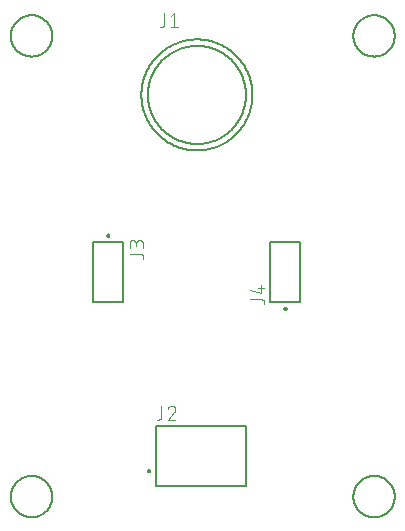
<source format=gbr>
G04 EAGLE Gerber RS-274X export*
G75*
%MOMM*%
%FSLAX34Y34*%
%LPD*%
%INSilkscreen Top*%
%IPPOS*%
%AMOC8*
5,1,8,0,0,1.08239X$1,22.5*%
G01*
%ADD10C,0.127000*%
%ADD11C,0.101600*%
%ADD12C,0.200000*%
%ADD13C,0.203200*%


D10*
X103000Y350000D02*
X103014Y351153D01*
X103057Y352306D01*
X103127Y353458D01*
X103226Y354607D01*
X103353Y355753D01*
X103509Y356896D01*
X103692Y358035D01*
X103903Y359169D01*
X104142Y360298D01*
X104409Y361420D01*
X104703Y362535D01*
X105024Y363643D01*
X105372Y364743D01*
X105747Y365834D01*
X106149Y366915D01*
X106578Y367986D01*
X107032Y369046D01*
X107513Y370095D01*
X108018Y371132D01*
X108550Y372156D01*
X109106Y373166D01*
X109687Y374163D01*
X110292Y375145D01*
X110921Y376112D01*
X111574Y377063D01*
X112249Y377998D01*
X112948Y378916D01*
X113669Y379816D01*
X114411Y380699D01*
X115175Y381563D01*
X115960Y382408D01*
X116766Y383234D01*
X117592Y384040D01*
X118437Y384825D01*
X119301Y385589D01*
X120184Y386331D01*
X121084Y387052D01*
X122002Y387751D01*
X122937Y388426D01*
X123888Y389079D01*
X124855Y389708D01*
X125837Y390313D01*
X126834Y390894D01*
X127844Y391450D01*
X128868Y391982D01*
X129905Y392487D01*
X130954Y392968D01*
X132014Y393422D01*
X133085Y393851D01*
X134166Y394253D01*
X135257Y394628D01*
X136357Y394976D01*
X137465Y395297D01*
X138580Y395591D01*
X139702Y395858D01*
X140831Y396097D01*
X141965Y396308D01*
X143104Y396491D01*
X144247Y396647D01*
X145393Y396774D01*
X146542Y396873D01*
X147694Y396943D01*
X148847Y396986D01*
X150000Y397000D01*
X151153Y396986D01*
X152306Y396943D01*
X153458Y396873D01*
X154607Y396774D01*
X155753Y396647D01*
X156896Y396491D01*
X158035Y396308D01*
X159169Y396097D01*
X160298Y395858D01*
X161420Y395591D01*
X162535Y395297D01*
X163643Y394976D01*
X164743Y394628D01*
X165834Y394253D01*
X166915Y393851D01*
X167986Y393422D01*
X169046Y392968D01*
X170095Y392487D01*
X171132Y391982D01*
X172156Y391450D01*
X173166Y390894D01*
X174163Y390313D01*
X175145Y389708D01*
X176112Y389079D01*
X177063Y388426D01*
X177998Y387751D01*
X178916Y387052D01*
X179816Y386331D01*
X180699Y385589D01*
X181563Y384825D01*
X182408Y384040D01*
X183234Y383234D01*
X184040Y382408D01*
X184825Y381563D01*
X185589Y380699D01*
X186331Y379816D01*
X187052Y378916D01*
X187751Y377998D01*
X188426Y377063D01*
X189079Y376112D01*
X189708Y375145D01*
X190313Y374163D01*
X190894Y373166D01*
X191450Y372156D01*
X191982Y371132D01*
X192487Y370095D01*
X192968Y369046D01*
X193422Y367986D01*
X193851Y366915D01*
X194253Y365834D01*
X194628Y364743D01*
X194976Y363643D01*
X195297Y362535D01*
X195591Y361420D01*
X195858Y360298D01*
X196097Y359169D01*
X196308Y358035D01*
X196491Y356896D01*
X196647Y355753D01*
X196774Y354607D01*
X196873Y353458D01*
X196943Y352306D01*
X196986Y351153D01*
X197000Y350000D01*
X196986Y348847D01*
X196943Y347694D01*
X196873Y346542D01*
X196774Y345393D01*
X196647Y344247D01*
X196491Y343104D01*
X196308Y341965D01*
X196097Y340831D01*
X195858Y339702D01*
X195591Y338580D01*
X195297Y337465D01*
X194976Y336357D01*
X194628Y335257D01*
X194253Y334166D01*
X193851Y333085D01*
X193422Y332014D01*
X192968Y330954D01*
X192487Y329905D01*
X191982Y328868D01*
X191450Y327844D01*
X190894Y326834D01*
X190313Y325837D01*
X189708Y324855D01*
X189079Y323888D01*
X188426Y322937D01*
X187751Y322002D01*
X187052Y321084D01*
X186331Y320184D01*
X185589Y319301D01*
X184825Y318437D01*
X184040Y317592D01*
X183234Y316766D01*
X182408Y315960D01*
X181563Y315175D01*
X180699Y314411D01*
X179816Y313669D01*
X178916Y312948D01*
X177998Y312249D01*
X177063Y311574D01*
X176112Y310921D01*
X175145Y310292D01*
X174163Y309687D01*
X173166Y309106D01*
X172156Y308550D01*
X171132Y308018D01*
X170095Y307513D01*
X169046Y307032D01*
X167986Y306578D01*
X166915Y306149D01*
X165834Y305747D01*
X164743Y305372D01*
X163643Y305024D01*
X162535Y304703D01*
X161420Y304409D01*
X160298Y304142D01*
X159169Y303903D01*
X158035Y303692D01*
X156896Y303509D01*
X155753Y303353D01*
X154607Y303226D01*
X153458Y303127D01*
X152306Y303057D01*
X151153Y303014D01*
X150000Y303000D01*
X148847Y303014D01*
X147694Y303057D01*
X146542Y303127D01*
X145393Y303226D01*
X144247Y303353D01*
X143104Y303509D01*
X141965Y303692D01*
X140831Y303903D01*
X139702Y304142D01*
X138580Y304409D01*
X137465Y304703D01*
X136357Y305024D01*
X135257Y305372D01*
X134166Y305747D01*
X133085Y306149D01*
X132014Y306578D01*
X130954Y307032D01*
X129905Y307513D01*
X128868Y308018D01*
X127844Y308550D01*
X126834Y309106D01*
X125837Y309687D01*
X124855Y310292D01*
X123888Y310921D01*
X122937Y311574D01*
X122002Y312249D01*
X121084Y312948D01*
X120184Y313669D01*
X119301Y314411D01*
X118437Y315175D01*
X117592Y315960D01*
X116766Y316766D01*
X115960Y317592D01*
X115175Y318437D01*
X114411Y319301D01*
X113669Y320184D01*
X112948Y321084D01*
X112249Y322002D01*
X111574Y322937D01*
X110921Y323888D01*
X110292Y324855D01*
X109687Y325837D01*
X109106Y326834D01*
X108550Y327844D01*
X108018Y328868D01*
X107513Y329905D01*
X107032Y330954D01*
X106578Y332014D01*
X106149Y333085D01*
X105747Y334166D01*
X105372Y335257D01*
X105024Y336357D01*
X104703Y337465D01*
X104409Y338580D01*
X104142Y339702D01*
X103903Y340831D01*
X103692Y341965D01*
X103509Y343104D01*
X103353Y344247D01*
X103226Y345393D01*
X103127Y346542D01*
X103057Y347694D01*
X103014Y348847D01*
X103000Y350000D01*
X108500Y350000D02*
X108512Y351018D01*
X108550Y352036D01*
X108612Y353053D01*
X108700Y354068D01*
X108812Y355080D01*
X108949Y356089D01*
X109111Y357095D01*
X109297Y358096D01*
X109508Y359093D01*
X109744Y360084D01*
X110003Y361069D01*
X110287Y362047D01*
X110595Y363018D01*
X110926Y363981D01*
X111281Y364936D01*
X111659Y365881D01*
X112060Y366818D01*
X112484Y367744D01*
X112931Y368659D01*
X113400Y369563D01*
X113891Y370455D01*
X114404Y371335D01*
X114939Y372202D01*
X115494Y373056D01*
X116070Y373896D01*
X116667Y374722D01*
X117284Y375532D01*
X117920Y376327D01*
X118576Y377107D01*
X119251Y377870D01*
X119944Y378616D01*
X120655Y379345D01*
X121384Y380056D01*
X122130Y380749D01*
X122893Y381424D01*
X123673Y382080D01*
X124468Y382716D01*
X125278Y383333D01*
X126104Y383930D01*
X126944Y384506D01*
X127798Y385061D01*
X128665Y385596D01*
X129545Y386109D01*
X130437Y386600D01*
X131341Y387069D01*
X132256Y387516D01*
X133182Y387940D01*
X134119Y388341D01*
X135064Y388719D01*
X136019Y389074D01*
X136982Y389405D01*
X137953Y389713D01*
X138931Y389997D01*
X139916Y390256D01*
X140907Y390492D01*
X141904Y390703D01*
X142905Y390889D01*
X143911Y391051D01*
X144920Y391188D01*
X145932Y391300D01*
X146947Y391388D01*
X147964Y391450D01*
X148982Y391488D01*
X150000Y391500D01*
X151018Y391488D01*
X152036Y391450D01*
X153053Y391388D01*
X154068Y391300D01*
X155080Y391188D01*
X156089Y391051D01*
X157095Y390889D01*
X158096Y390703D01*
X159093Y390492D01*
X160084Y390256D01*
X161069Y389997D01*
X162047Y389713D01*
X163018Y389405D01*
X163981Y389074D01*
X164936Y388719D01*
X165881Y388341D01*
X166818Y387940D01*
X167744Y387516D01*
X168659Y387069D01*
X169563Y386600D01*
X170455Y386109D01*
X171335Y385596D01*
X172202Y385061D01*
X173056Y384506D01*
X173896Y383930D01*
X174722Y383333D01*
X175532Y382716D01*
X176327Y382080D01*
X177107Y381424D01*
X177870Y380749D01*
X178616Y380056D01*
X179345Y379345D01*
X180056Y378616D01*
X180749Y377870D01*
X181424Y377107D01*
X182080Y376327D01*
X182716Y375532D01*
X183333Y374722D01*
X183930Y373896D01*
X184506Y373056D01*
X185061Y372202D01*
X185596Y371335D01*
X186109Y370455D01*
X186600Y369563D01*
X187069Y368659D01*
X187516Y367744D01*
X187940Y366818D01*
X188341Y365881D01*
X188719Y364936D01*
X189074Y363981D01*
X189405Y363018D01*
X189713Y362047D01*
X189997Y361069D01*
X190256Y360084D01*
X190492Y359093D01*
X190703Y358096D01*
X190889Y357095D01*
X191051Y356089D01*
X191188Y355080D01*
X191300Y354068D01*
X191388Y353053D01*
X191450Y352036D01*
X191488Y351018D01*
X191500Y350000D01*
X191488Y348982D01*
X191450Y347964D01*
X191388Y346947D01*
X191300Y345932D01*
X191188Y344920D01*
X191051Y343911D01*
X190889Y342905D01*
X190703Y341904D01*
X190492Y340907D01*
X190256Y339916D01*
X189997Y338931D01*
X189713Y337953D01*
X189405Y336982D01*
X189074Y336019D01*
X188719Y335064D01*
X188341Y334119D01*
X187940Y333182D01*
X187516Y332256D01*
X187069Y331341D01*
X186600Y330437D01*
X186109Y329545D01*
X185596Y328665D01*
X185061Y327798D01*
X184506Y326944D01*
X183930Y326104D01*
X183333Y325278D01*
X182716Y324468D01*
X182080Y323673D01*
X181424Y322893D01*
X180749Y322130D01*
X180056Y321384D01*
X179345Y320655D01*
X178616Y319944D01*
X177870Y319251D01*
X177107Y318576D01*
X176327Y317920D01*
X175532Y317284D01*
X174722Y316667D01*
X173896Y316070D01*
X173056Y315494D01*
X172202Y314939D01*
X171335Y314404D01*
X170455Y313891D01*
X169563Y313400D01*
X168659Y312931D01*
X167744Y312484D01*
X166818Y312060D01*
X165881Y311659D01*
X164936Y311281D01*
X163981Y310926D01*
X163018Y310595D01*
X162047Y310287D01*
X161069Y310003D01*
X160084Y309744D01*
X159093Y309508D01*
X158096Y309297D01*
X157095Y309111D01*
X156089Y308949D01*
X155080Y308812D01*
X154068Y308700D01*
X153053Y308612D01*
X152036Y308550D01*
X151018Y308512D01*
X150000Y308500D01*
X148982Y308512D01*
X147964Y308550D01*
X146947Y308612D01*
X145932Y308700D01*
X144920Y308812D01*
X143911Y308949D01*
X142905Y309111D01*
X141904Y309297D01*
X140907Y309508D01*
X139916Y309744D01*
X138931Y310003D01*
X137953Y310287D01*
X136982Y310595D01*
X136019Y310926D01*
X135064Y311281D01*
X134119Y311659D01*
X133182Y312060D01*
X132256Y312484D01*
X131341Y312931D01*
X130437Y313400D01*
X129545Y313891D01*
X128665Y314404D01*
X127798Y314939D01*
X126944Y315494D01*
X126104Y316070D01*
X125278Y316667D01*
X124468Y317284D01*
X123673Y317920D01*
X122893Y318576D01*
X122130Y319251D01*
X121384Y319944D01*
X120655Y320655D01*
X119944Y321384D01*
X119251Y322130D01*
X118576Y322893D01*
X117920Y323673D01*
X117284Y324468D01*
X116667Y325278D01*
X116070Y326104D01*
X115494Y326944D01*
X114939Y327798D01*
X114404Y328665D01*
X113891Y329545D01*
X113400Y330437D01*
X112931Y331341D01*
X112484Y332256D01*
X112060Y333182D01*
X111659Y334119D01*
X111281Y335064D01*
X110926Y336019D01*
X110595Y336982D01*
X110287Y337953D01*
X110003Y338931D01*
X109744Y339916D01*
X109508Y340907D01*
X109297Y341904D01*
X109111Y342905D01*
X108949Y343911D01*
X108812Y344920D01*
X108700Y345932D01*
X108612Y346947D01*
X108550Y347964D01*
X108512Y348982D01*
X108500Y350000D01*
D11*
X122392Y410128D02*
X122392Y419219D01*
X122392Y410128D02*
X122390Y410028D01*
X122384Y409929D01*
X122375Y409830D01*
X122362Y409731D01*
X122344Y409633D01*
X122324Y409536D01*
X122299Y409440D01*
X122271Y409344D01*
X122239Y409250D01*
X122204Y409157D01*
X122165Y409065D01*
X122122Y408975D01*
X122076Y408887D01*
X122027Y408800D01*
X121975Y408716D01*
X121919Y408633D01*
X121860Y408553D01*
X121798Y408475D01*
X121734Y408399D01*
X121666Y408326D01*
X121596Y408256D01*
X121523Y408188D01*
X121447Y408124D01*
X121369Y408062D01*
X121289Y408003D01*
X121206Y407947D01*
X121122Y407895D01*
X121035Y407846D01*
X120947Y407800D01*
X120857Y407757D01*
X120765Y407718D01*
X120672Y407683D01*
X120578Y407651D01*
X120482Y407623D01*
X120386Y407598D01*
X120289Y407578D01*
X120191Y407560D01*
X120092Y407547D01*
X119993Y407538D01*
X119893Y407532D01*
X119794Y407530D01*
X118496Y407530D01*
X127667Y416622D02*
X130914Y419219D01*
X130914Y407530D01*
X127667Y407530D02*
X134161Y407530D01*
D12*
X108500Y31800D02*
X108502Y31863D01*
X108508Y31925D01*
X108518Y31987D01*
X108531Y32049D01*
X108549Y32109D01*
X108570Y32168D01*
X108595Y32226D01*
X108624Y32282D01*
X108656Y32336D01*
X108691Y32388D01*
X108729Y32437D01*
X108771Y32485D01*
X108815Y32529D01*
X108863Y32571D01*
X108912Y32609D01*
X108964Y32644D01*
X109018Y32676D01*
X109074Y32705D01*
X109132Y32730D01*
X109191Y32751D01*
X109251Y32769D01*
X109313Y32782D01*
X109375Y32792D01*
X109437Y32798D01*
X109500Y32800D01*
X109563Y32798D01*
X109625Y32792D01*
X109687Y32782D01*
X109749Y32769D01*
X109809Y32751D01*
X109868Y32730D01*
X109926Y32705D01*
X109982Y32676D01*
X110036Y32644D01*
X110088Y32609D01*
X110137Y32571D01*
X110185Y32529D01*
X110229Y32485D01*
X110271Y32437D01*
X110309Y32388D01*
X110344Y32336D01*
X110376Y32282D01*
X110405Y32226D01*
X110430Y32168D01*
X110451Y32109D01*
X110469Y32049D01*
X110482Y31987D01*
X110492Y31925D01*
X110498Y31863D01*
X110500Y31800D01*
X110498Y31737D01*
X110492Y31675D01*
X110482Y31613D01*
X110469Y31551D01*
X110451Y31491D01*
X110430Y31432D01*
X110405Y31374D01*
X110376Y31318D01*
X110344Y31264D01*
X110309Y31212D01*
X110271Y31163D01*
X110229Y31115D01*
X110185Y31071D01*
X110137Y31029D01*
X110088Y30991D01*
X110036Y30956D01*
X109982Y30924D01*
X109926Y30895D01*
X109868Y30870D01*
X109809Y30849D01*
X109749Y30831D01*
X109687Y30818D01*
X109625Y30808D01*
X109563Y30802D01*
X109500Y30800D01*
X109437Y30802D01*
X109375Y30808D01*
X109313Y30818D01*
X109251Y30831D01*
X109191Y30849D01*
X109132Y30870D01*
X109074Y30895D01*
X109018Y30924D01*
X108964Y30956D01*
X108912Y30991D01*
X108863Y31029D01*
X108815Y31071D01*
X108771Y31115D01*
X108729Y31163D01*
X108691Y31212D01*
X108656Y31264D01*
X108624Y31318D01*
X108595Y31374D01*
X108570Y31432D01*
X108549Y31491D01*
X108531Y31551D01*
X108518Y31613D01*
X108508Y31675D01*
X108502Y31737D01*
X108500Y31800D01*
D10*
X115100Y69900D02*
X191300Y69900D01*
X191300Y19100D01*
X115100Y19100D01*
X115100Y69900D01*
D11*
X119903Y77604D02*
X119903Y86692D01*
X119902Y77604D02*
X119900Y77505D01*
X119894Y77405D01*
X119885Y77306D01*
X119872Y77208D01*
X119855Y77110D01*
X119834Y77012D01*
X119809Y76916D01*
X119781Y76821D01*
X119749Y76727D01*
X119714Y76634D01*
X119675Y76542D01*
X119632Y76452D01*
X119587Y76364D01*
X119537Y76277D01*
X119485Y76193D01*
X119429Y76110D01*
X119371Y76030D01*
X119309Y75952D01*
X119244Y75877D01*
X119176Y75804D01*
X119106Y75734D01*
X119033Y75666D01*
X118958Y75601D01*
X118880Y75539D01*
X118800Y75481D01*
X118717Y75425D01*
X118633Y75373D01*
X118546Y75323D01*
X118458Y75278D01*
X118368Y75235D01*
X118276Y75196D01*
X118183Y75161D01*
X118089Y75129D01*
X117994Y75101D01*
X117898Y75076D01*
X117800Y75055D01*
X117702Y75038D01*
X117604Y75025D01*
X117505Y75016D01*
X117405Y75010D01*
X117306Y75008D01*
X116008Y75008D01*
X128746Y86692D02*
X128853Y86690D01*
X128959Y86684D01*
X129065Y86674D01*
X129171Y86661D01*
X129277Y86643D01*
X129381Y86622D01*
X129485Y86597D01*
X129588Y86568D01*
X129689Y86536D01*
X129789Y86499D01*
X129888Y86459D01*
X129986Y86416D01*
X130082Y86369D01*
X130176Y86318D01*
X130268Y86264D01*
X130358Y86207D01*
X130446Y86147D01*
X130531Y86083D01*
X130614Y86016D01*
X130695Y85946D01*
X130773Y85874D01*
X130849Y85798D01*
X130921Y85720D01*
X130991Y85639D01*
X131058Y85556D01*
X131122Y85471D01*
X131182Y85383D01*
X131239Y85293D01*
X131293Y85201D01*
X131344Y85107D01*
X131391Y85011D01*
X131434Y84913D01*
X131474Y84814D01*
X131511Y84714D01*
X131543Y84613D01*
X131572Y84510D01*
X131597Y84406D01*
X131618Y84302D01*
X131636Y84196D01*
X131649Y84090D01*
X131659Y83984D01*
X131665Y83878D01*
X131667Y83771D01*
X128746Y86692D02*
X128625Y86690D01*
X128504Y86684D01*
X128384Y86674D01*
X128263Y86661D01*
X128144Y86643D01*
X128024Y86622D01*
X127906Y86597D01*
X127789Y86568D01*
X127672Y86535D01*
X127557Y86499D01*
X127443Y86458D01*
X127330Y86415D01*
X127218Y86367D01*
X127109Y86316D01*
X127001Y86261D01*
X126894Y86203D01*
X126790Y86142D01*
X126688Y86077D01*
X126588Y86009D01*
X126490Y85938D01*
X126394Y85864D01*
X126301Y85787D01*
X126211Y85706D01*
X126123Y85623D01*
X126038Y85537D01*
X125955Y85448D01*
X125876Y85357D01*
X125799Y85263D01*
X125726Y85167D01*
X125656Y85069D01*
X125589Y84968D01*
X125525Y84865D01*
X125465Y84760D01*
X125408Y84653D01*
X125354Y84545D01*
X125304Y84435D01*
X125258Y84323D01*
X125215Y84210D01*
X125176Y84095D01*
X130694Y81499D02*
X130773Y81576D01*
X130849Y81657D01*
X130922Y81740D01*
X130992Y81825D01*
X131059Y81913D01*
X131123Y82003D01*
X131183Y82095D01*
X131240Y82190D01*
X131294Y82286D01*
X131345Y82384D01*
X131392Y82484D01*
X131436Y82586D01*
X131476Y82689D01*
X131512Y82793D01*
X131544Y82899D01*
X131573Y83005D01*
X131598Y83113D01*
X131620Y83221D01*
X131637Y83331D01*
X131651Y83440D01*
X131660Y83550D01*
X131666Y83661D01*
X131668Y83771D01*
X130694Y81499D02*
X125176Y75008D01*
X131667Y75008D01*
D10*
X87700Y174600D02*
X87700Y225400D01*
X87700Y174600D02*
X62300Y174600D01*
X62300Y225400D01*
X87700Y225400D01*
D12*
X74000Y231000D02*
X74002Y231063D01*
X74008Y231125D01*
X74018Y231187D01*
X74031Y231249D01*
X74049Y231309D01*
X74070Y231368D01*
X74095Y231426D01*
X74124Y231482D01*
X74156Y231536D01*
X74191Y231588D01*
X74229Y231637D01*
X74271Y231685D01*
X74315Y231729D01*
X74363Y231771D01*
X74412Y231809D01*
X74464Y231844D01*
X74518Y231876D01*
X74574Y231905D01*
X74632Y231930D01*
X74691Y231951D01*
X74751Y231969D01*
X74813Y231982D01*
X74875Y231992D01*
X74937Y231998D01*
X75000Y232000D01*
X75063Y231998D01*
X75125Y231992D01*
X75187Y231982D01*
X75249Y231969D01*
X75309Y231951D01*
X75368Y231930D01*
X75426Y231905D01*
X75482Y231876D01*
X75536Y231844D01*
X75588Y231809D01*
X75637Y231771D01*
X75685Y231729D01*
X75729Y231685D01*
X75771Y231637D01*
X75809Y231588D01*
X75844Y231536D01*
X75876Y231482D01*
X75905Y231426D01*
X75930Y231368D01*
X75951Y231309D01*
X75969Y231249D01*
X75982Y231187D01*
X75992Y231125D01*
X75998Y231063D01*
X76000Y231000D01*
X75998Y230937D01*
X75992Y230875D01*
X75982Y230813D01*
X75969Y230751D01*
X75951Y230691D01*
X75930Y230632D01*
X75905Y230574D01*
X75876Y230518D01*
X75844Y230464D01*
X75809Y230412D01*
X75771Y230363D01*
X75729Y230315D01*
X75685Y230271D01*
X75637Y230229D01*
X75588Y230191D01*
X75536Y230156D01*
X75482Y230124D01*
X75426Y230095D01*
X75368Y230070D01*
X75309Y230049D01*
X75249Y230031D01*
X75187Y230018D01*
X75125Y230008D01*
X75063Y230002D01*
X75000Y230000D01*
X74937Y230002D01*
X74875Y230008D01*
X74813Y230018D01*
X74751Y230031D01*
X74691Y230049D01*
X74632Y230070D01*
X74574Y230095D01*
X74518Y230124D01*
X74464Y230156D01*
X74412Y230191D01*
X74363Y230229D01*
X74315Y230271D01*
X74271Y230315D01*
X74229Y230363D01*
X74191Y230412D01*
X74156Y230464D01*
X74124Y230518D01*
X74095Y230574D01*
X74070Y230632D01*
X74049Y230691D01*
X74031Y230751D01*
X74018Y230813D01*
X74008Y230875D01*
X74002Y230937D01*
X74000Y231000D01*
D11*
X93008Y215228D02*
X102096Y215228D01*
X102096Y215227D02*
X102195Y215225D01*
X102295Y215219D01*
X102394Y215210D01*
X102492Y215197D01*
X102590Y215180D01*
X102688Y215159D01*
X102784Y215134D01*
X102879Y215106D01*
X102973Y215074D01*
X103066Y215039D01*
X103158Y215000D01*
X103248Y214957D01*
X103336Y214912D01*
X103423Y214862D01*
X103507Y214810D01*
X103590Y214754D01*
X103670Y214696D01*
X103748Y214634D01*
X103823Y214569D01*
X103896Y214501D01*
X103966Y214431D01*
X104034Y214358D01*
X104099Y214283D01*
X104161Y214205D01*
X104219Y214125D01*
X104275Y214042D01*
X104327Y213958D01*
X104377Y213871D01*
X104422Y213783D01*
X104465Y213693D01*
X104504Y213601D01*
X104539Y213508D01*
X104571Y213414D01*
X104599Y213319D01*
X104624Y213223D01*
X104645Y213125D01*
X104662Y213027D01*
X104675Y212929D01*
X104684Y212830D01*
X104690Y212730D01*
X104692Y212631D01*
X104692Y211333D01*
X104692Y220501D02*
X104692Y223746D01*
X104690Y223859D01*
X104684Y223972D01*
X104674Y224085D01*
X104660Y224198D01*
X104643Y224310D01*
X104621Y224421D01*
X104596Y224531D01*
X104566Y224641D01*
X104533Y224749D01*
X104496Y224856D01*
X104456Y224962D01*
X104411Y225066D01*
X104363Y225169D01*
X104312Y225270D01*
X104257Y225369D01*
X104199Y225466D01*
X104137Y225561D01*
X104072Y225654D01*
X104004Y225744D01*
X103933Y225832D01*
X103858Y225918D01*
X103781Y226001D01*
X103701Y226081D01*
X103618Y226158D01*
X103532Y226233D01*
X103444Y226304D01*
X103354Y226372D01*
X103261Y226437D01*
X103166Y226499D01*
X103069Y226557D01*
X102970Y226612D01*
X102869Y226663D01*
X102766Y226711D01*
X102662Y226756D01*
X102556Y226796D01*
X102449Y226833D01*
X102341Y226866D01*
X102231Y226896D01*
X102121Y226921D01*
X102010Y226943D01*
X101898Y226960D01*
X101785Y226974D01*
X101672Y226984D01*
X101559Y226990D01*
X101446Y226992D01*
X101333Y226990D01*
X101220Y226984D01*
X101107Y226974D01*
X100994Y226960D01*
X100882Y226943D01*
X100771Y226921D01*
X100661Y226896D01*
X100551Y226866D01*
X100443Y226833D01*
X100336Y226796D01*
X100230Y226756D01*
X100126Y226711D01*
X100023Y226663D01*
X99922Y226612D01*
X99823Y226557D01*
X99726Y226499D01*
X99631Y226437D01*
X99538Y226372D01*
X99448Y226304D01*
X99360Y226233D01*
X99274Y226158D01*
X99191Y226081D01*
X99111Y226001D01*
X99034Y225918D01*
X98959Y225832D01*
X98888Y225744D01*
X98820Y225654D01*
X98755Y225561D01*
X98693Y225466D01*
X98635Y225369D01*
X98580Y225270D01*
X98529Y225169D01*
X98481Y225066D01*
X98436Y224962D01*
X98396Y224856D01*
X98359Y224749D01*
X98326Y224641D01*
X98296Y224531D01*
X98271Y224421D01*
X98249Y224310D01*
X98232Y224198D01*
X98218Y224085D01*
X98208Y223972D01*
X98202Y223859D01*
X98200Y223746D01*
X93008Y224396D02*
X93008Y220501D01*
X93008Y224396D02*
X93010Y224497D01*
X93016Y224597D01*
X93026Y224697D01*
X93039Y224797D01*
X93057Y224896D01*
X93078Y224995D01*
X93103Y225092D01*
X93132Y225189D01*
X93165Y225284D01*
X93201Y225378D01*
X93241Y225470D01*
X93284Y225561D01*
X93331Y225650D01*
X93381Y225737D01*
X93435Y225823D01*
X93492Y225906D01*
X93552Y225986D01*
X93615Y226065D01*
X93682Y226141D01*
X93751Y226214D01*
X93823Y226284D01*
X93897Y226352D01*
X93974Y226417D01*
X94054Y226478D01*
X94136Y226537D01*
X94220Y226592D01*
X94306Y226644D01*
X94394Y226693D01*
X94484Y226738D01*
X94576Y226780D01*
X94669Y226818D01*
X94764Y226852D01*
X94859Y226883D01*
X94956Y226910D01*
X95054Y226933D01*
X95153Y226953D01*
X95253Y226968D01*
X95353Y226980D01*
X95453Y226988D01*
X95554Y226992D01*
X95654Y226992D01*
X95755Y226988D01*
X95855Y226980D01*
X95955Y226968D01*
X96055Y226953D01*
X96154Y226933D01*
X96252Y226910D01*
X96349Y226883D01*
X96444Y226852D01*
X96539Y226818D01*
X96632Y226780D01*
X96724Y226738D01*
X96814Y226693D01*
X96902Y226644D01*
X96988Y226592D01*
X97072Y226537D01*
X97154Y226478D01*
X97234Y226417D01*
X97311Y226352D01*
X97385Y226284D01*
X97457Y226214D01*
X97526Y226141D01*
X97593Y226065D01*
X97656Y225986D01*
X97716Y225906D01*
X97773Y225823D01*
X97827Y225737D01*
X97877Y225650D01*
X97924Y225561D01*
X97967Y225470D01*
X98007Y225378D01*
X98043Y225284D01*
X98076Y225189D01*
X98105Y225092D01*
X98130Y224995D01*
X98151Y224896D01*
X98169Y224797D01*
X98182Y224697D01*
X98192Y224597D01*
X98198Y224497D01*
X98200Y224396D01*
X98201Y224396D02*
X98201Y221799D01*
D10*
X212300Y225400D02*
X212300Y174600D01*
X212300Y225400D02*
X237700Y225400D01*
X237700Y174600D01*
X212300Y174600D01*
D12*
X224000Y169000D02*
X224002Y169063D01*
X224008Y169125D01*
X224018Y169187D01*
X224031Y169249D01*
X224049Y169309D01*
X224070Y169368D01*
X224095Y169426D01*
X224124Y169482D01*
X224156Y169536D01*
X224191Y169588D01*
X224229Y169637D01*
X224271Y169685D01*
X224315Y169729D01*
X224363Y169771D01*
X224412Y169809D01*
X224464Y169844D01*
X224518Y169876D01*
X224574Y169905D01*
X224632Y169930D01*
X224691Y169951D01*
X224751Y169969D01*
X224813Y169982D01*
X224875Y169992D01*
X224937Y169998D01*
X225000Y170000D01*
X225063Y169998D01*
X225125Y169992D01*
X225187Y169982D01*
X225249Y169969D01*
X225309Y169951D01*
X225368Y169930D01*
X225426Y169905D01*
X225482Y169876D01*
X225536Y169844D01*
X225588Y169809D01*
X225637Y169771D01*
X225685Y169729D01*
X225729Y169685D01*
X225771Y169637D01*
X225809Y169588D01*
X225844Y169536D01*
X225876Y169482D01*
X225905Y169426D01*
X225930Y169368D01*
X225951Y169309D01*
X225969Y169249D01*
X225982Y169187D01*
X225992Y169125D01*
X225998Y169063D01*
X226000Y169000D01*
X225998Y168937D01*
X225992Y168875D01*
X225982Y168813D01*
X225969Y168751D01*
X225951Y168691D01*
X225930Y168632D01*
X225905Y168574D01*
X225876Y168518D01*
X225844Y168464D01*
X225809Y168412D01*
X225771Y168363D01*
X225729Y168315D01*
X225685Y168271D01*
X225637Y168229D01*
X225588Y168191D01*
X225536Y168156D01*
X225482Y168124D01*
X225426Y168095D01*
X225368Y168070D01*
X225309Y168049D01*
X225249Y168031D01*
X225187Y168018D01*
X225125Y168008D01*
X225063Y168002D01*
X225000Y168000D01*
X224937Y168002D01*
X224875Y168008D01*
X224813Y168018D01*
X224751Y168031D01*
X224691Y168049D01*
X224632Y168070D01*
X224574Y168095D01*
X224518Y168124D01*
X224464Y168156D01*
X224412Y168191D01*
X224363Y168229D01*
X224315Y168271D01*
X224271Y168315D01*
X224229Y168363D01*
X224191Y168412D01*
X224156Y168464D01*
X224124Y168518D01*
X224095Y168574D01*
X224070Y168632D01*
X224049Y168691D01*
X224031Y168751D01*
X224018Y168813D01*
X224008Y168875D01*
X224002Y168937D01*
X224000Y169000D01*
D11*
X204396Y176903D02*
X195308Y176903D01*
X204396Y176902D02*
X204495Y176900D01*
X204595Y176894D01*
X204694Y176885D01*
X204792Y176872D01*
X204890Y176855D01*
X204988Y176834D01*
X205084Y176809D01*
X205179Y176781D01*
X205273Y176749D01*
X205366Y176714D01*
X205458Y176675D01*
X205548Y176632D01*
X205636Y176587D01*
X205723Y176537D01*
X205807Y176485D01*
X205890Y176429D01*
X205970Y176371D01*
X206048Y176309D01*
X206123Y176244D01*
X206196Y176176D01*
X206266Y176106D01*
X206334Y176033D01*
X206399Y175958D01*
X206461Y175880D01*
X206519Y175800D01*
X206575Y175717D01*
X206627Y175633D01*
X206677Y175546D01*
X206722Y175458D01*
X206765Y175368D01*
X206804Y175276D01*
X206839Y175183D01*
X206871Y175089D01*
X206899Y174994D01*
X206924Y174898D01*
X206945Y174800D01*
X206962Y174702D01*
X206975Y174604D01*
X206984Y174505D01*
X206990Y174405D01*
X206992Y174306D01*
X206992Y173008D01*
X204396Y182176D02*
X195308Y184773D01*
X204396Y182176D02*
X204396Y188667D01*
X201799Y186720D02*
X206992Y186720D01*
D13*
X282500Y10000D02*
X282505Y10429D01*
X282521Y10859D01*
X282547Y11287D01*
X282584Y11715D01*
X282632Y12142D01*
X282689Y12568D01*
X282758Y12992D01*
X282836Y13414D01*
X282925Y13834D01*
X283024Y14252D01*
X283134Y14667D01*
X283254Y15080D01*
X283383Y15489D01*
X283523Y15896D01*
X283673Y16298D01*
X283832Y16697D01*
X284001Y17092D01*
X284180Y17482D01*
X284369Y17868D01*
X284566Y18249D01*
X284773Y18626D01*
X284990Y18997D01*
X285215Y19362D01*
X285449Y19722D01*
X285692Y20077D01*
X285944Y20425D01*
X286204Y20767D01*
X286472Y21102D01*
X286749Y21431D01*
X287033Y21752D01*
X287326Y22067D01*
X287626Y22374D01*
X287933Y22674D01*
X288248Y22967D01*
X288569Y23251D01*
X288898Y23528D01*
X289233Y23796D01*
X289575Y24056D01*
X289923Y24308D01*
X290278Y24551D01*
X290638Y24785D01*
X291003Y25010D01*
X291374Y25227D01*
X291751Y25434D01*
X292132Y25631D01*
X292518Y25820D01*
X292908Y25999D01*
X293303Y26168D01*
X293702Y26327D01*
X294104Y26477D01*
X294511Y26617D01*
X294920Y26746D01*
X295333Y26866D01*
X295748Y26976D01*
X296166Y27075D01*
X296586Y27164D01*
X297008Y27242D01*
X297432Y27311D01*
X297858Y27368D01*
X298285Y27416D01*
X298713Y27453D01*
X299141Y27479D01*
X299571Y27495D01*
X300000Y27500D01*
X300429Y27495D01*
X300859Y27479D01*
X301287Y27453D01*
X301715Y27416D01*
X302142Y27368D01*
X302568Y27311D01*
X302992Y27242D01*
X303414Y27164D01*
X303834Y27075D01*
X304252Y26976D01*
X304667Y26866D01*
X305080Y26746D01*
X305489Y26617D01*
X305896Y26477D01*
X306298Y26327D01*
X306697Y26168D01*
X307092Y25999D01*
X307482Y25820D01*
X307868Y25631D01*
X308249Y25434D01*
X308626Y25227D01*
X308997Y25010D01*
X309362Y24785D01*
X309722Y24551D01*
X310077Y24308D01*
X310425Y24056D01*
X310767Y23796D01*
X311102Y23528D01*
X311431Y23251D01*
X311752Y22967D01*
X312067Y22674D01*
X312374Y22374D01*
X312674Y22067D01*
X312967Y21752D01*
X313251Y21431D01*
X313528Y21102D01*
X313796Y20767D01*
X314056Y20425D01*
X314308Y20077D01*
X314551Y19722D01*
X314785Y19362D01*
X315010Y18997D01*
X315227Y18626D01*
X315434Y18249D01*
X315631Y17868D01*
X315820Y17482D01*
X315999Y17092D01*
X316168Y16697D01*
X316327Y16298D01*
X316477Y15896D01*
X316617Y15489D01*
X316746Y15080D01*
X316866Y14667D01*
X316976Y14252D01*
X317075Y13834D01*
X317164Y13414D01*
X317242Y12992D01*
X317311Y12568D01*
X317368Y12142D01*
X317416Y11715D01*
X317453Y11287D01*
X317479Y10859D01*
X317495Y10429D01*
X317500Y10000D01*
X317495Y9571D01*
X317479Y9141D01*
X317453Y8713D01*
X317416Y8285D01*
X317368Y7858D01*
X317311Y7432D01*
X317242Y7008D01*
X317164Y6586D01*
X317075Y6166D01*
X316976Y5748D01*
X316866Y5333D01*
X316746Y4920D01*
X316617Y4511D01*
X316477Y4104D01*
X316327Y3702D01*
X316168Y3303D01*
X315999Y2908D01*
X315820Y2518D01*
X315631Y2132D01*
X315434Y1751D01*
X315227Y1374D01*
X315010Y1003D01*
X314785Y638D01*
X314551Y278D01*
X314308Y-77D01*
X314056Y-425D01*
X313796Y-767D01*
X313528Y-1102D01*
X313251Y-1431D01*
X312967Y-1752D01*
X312674Y-2067D01*
X312374Y-2374D01*
X312067Y-2674D01*
X311752Y-2967D01*
X311431Y-3251D01*
X311102Y-3528D01*
X310767Y-3796D01*
X310425Y-4056D01*
X310077Y-4308D01*
X309722Y-4551D01*
X309362Y-4785D01*
X308997Y-5010D01*
X308626Y-5227D01*
X308249Y-5434D01*
X307868Y-5631D01*
X307482Y-5820D01*
X307092Y-5999D01*
X306697Y-6168D01*
X306298Y-6327D01*
X305896Y-6477D01*
X305489Y-6617D01*
X305080Y-6746D01*
X304667Y-6866D01*
X304252Y-6976D01*
X303834Y-7075D01*
X303414Y-7164D01*
X302992Y-7242D01*
X302568Y-7311D01*
X302142Y-7368D01*
X301715Y-7416D01*
X301287Y-7453D01*
X300859Y-7479D01*
X300429Y-7495D01*
X300000Y-7500D01*
X299571Y-7495D01*
X299141Y-7479D01*
X298713Y-7453D01*
X298285Y-7416D01*
X297858Y-7368D01*
X297432Y-7311D01*
X297008Y-7242D01*
X296586Y-7164D01*
X296166Y-7075D01*
X295748Y-6976D01*
X295333Y-6866D01*
X294920Y-6746D01*
X294511Y-6617D01*
X294104Y-6477D01*
X293702Y-6327D01*
X293303Y-6168D01*
X292908Y-5999D01*
X292518Y-5820D01*
X292132Y-5631D01*
X291751Y-5434D01*
X291374Y-5227D01*
X291003Y-5010D01*
X290638Y-4785D01*
X290278Y-4551D01*
X289923Y-4308D01*
X289575Y-4056D01*
X289233Y-3796D01*
X288898Y-3528D01*
X288569Y-3251D01*
X288248Y-2967D01*
X287933Y-2674D01*
X287626Y-2374D01*
X287326Y-2067D01*
X287033Y-1752D01*
X286749Y-1431D01*
X286472Y-1102D01*
X286204Y-767D01*
X285944Y-425D01*
X285692Y-77D01*
X285449Y278D01*
X285215Y638D01*
X284990Y1003D01*
X284773Y1374D01*
X284566Y1751D01*
X284369Y2132D01*
X284180Y2518D01*
X284001Y2908D01*
X283832Y3303D01*
X283673Y3702D01*
X283523Y4104D01*
X283383Y4511D01*
X283254Y4920D01*
X283134Y5333D01*
X283024Y5748D01*
X282925Y6166D01*
X282836Y6586D01*
X282758Y7008D01*
X282689Y7432D01*
X282632Y7858D01*
X282584Y8285D01*
X282547Y8713D01*
X282521Y9141D01*
X282505Y9571D01*
X282500Y10000D01*
X-7500Y10000D02*
X-7495Y10429D01*
X-7479Y10859D01*
X-7453Y11287D01*
X-7416Y11715D01*
X-7368Y12142D01*
X-7311Y12568D01*
X-7242Y12992D01*
X-7164Y13414D01*
X-7075Y13834D01*
X-6976Y14252D01*
X-6866Y14667D01*
X-6746Y15080D01*
X-6617Y15489D01*
X-6477Y15896D01*
X-6327Y16298D01*
X-6168Y16697D01*
X-5999Y17092D01*
X-5820Y17482D01*
X-5631Y17868D01*
X-5434Y18249D01*
X-5227Y18626D01*
X-5010Y18997D01*
X-4785Y19362D01*
X-4551Y19722D01*
X-4308Y20077D01*
X-4056Y20425D01*
X-3796Y20767D01*
X-3528Y21102D01*
X-3251Y21431D01*
X-2967Y21752D01*
X-2674Y22067D01*
X-2374Y22374D01*
X-2067Y22674D01*
X-1752Y22967D01*
X-1431Y23251D01*
X-1102Y23528D01*
X-767Y23796D01*
X-425Y24056D01*
X-77Y24308D01*
X278Y24551D01*
X638Y24785D01*
X1003Y25010D01*
X1374Y25227D01*
X1751Y25434D01*
X2132Y25631D01*
X2518Y25820D01*
X2908Y25999D01*
X3303Y26168D01*
X3702Y26327D01*
X4104Y26477D01*
X4511Y26617D01*
X4920Y26746D01*
X5333Y26866D01*
X5748Y26976D01*
X6166Y27075D01*
X6586Y27164D01*
X7008Y27242D01*
X7432Y27311D01*
X7858Y27368D01*
X8285Y27416D01*
X8713Y27453D01*
X9141Y27479D01*
X9571Y27495D01*
X10000Y27500D01*
X10429Y27495D01*
X10859Y27479D01*
X11287Y27453D01*
X11715Y27416D01*
X12142Y27368D01*
X12568Y27311D01*
X12992Y27242D01*
X13414Y27164D01*
X13834Y27075D01*
X14252Y26976D01*
X14667Y26866D01*
X15080Y26746D01*
X15489Y26617D01*
X15896Y26477D01*
X16298Y26327D01*
X16697Y26168D01*
X17092Y25999D01*
X17482Y25820D01*
X17868Y25631D01*
X18249Y25434D01*
X18626Y25227D01*
X18997Y25010D01*
X19362Y24785D01*
X19722Y24551D01*
X20077Y24308D01*
X20425Y24056D01*
X20767Y23796D01*
X21102Y23528D01*
X21431Y23251D01*
X21752Y22967D01*
X22067Y22674D01*
X22374Y22374D01*
X22674Y22067D01*
X22967Y21752D01*
X23251Y21431D01*
X23528Y21102D01*
X23796Y20767D01*
X24056Y20425D01*
X24308Y20077D01*
X24551Y19722D01*
X24785Y19362D01*
X25010Y18997D01*
X25227Y18626D01*
X25434Y18249D01*
X25631Y17868D01*
X25820Y17482D01*
X25999Y17092D01*
X26168Y16697D01*
X26327Y16298D01*
X26477Y15896D01*
X26617Y15489D01*
X26746Y15080D01*
X26866Y14667D01*
X26976Y14252D01*
X27075Y13834D01*
X27164Y13414D01*
X27242Y12992D01*
X27311Y12568D01*
X27368Y12142D01*
X27416Y11715D01*
X27453Y11287D01*
X27479Y10859D01*
X27495Y10429D01*
X27500Y10000D01*
X27495Y9571D01*
X27479Y9141D01*
X27453Y8713D01*
X27416Y8285D01*
X27368Y7858D01*
X27311Y7432D01*
X27242Y7008D01*
X27164Y6586D01*
X27075Y6166D01*
X26976Y5748D01*
X26866Y5333D01*
X26746Y4920D01*
X26617Y4511D01*
X26477Y4104D01*
X26327Y3702D01*
X26168Y3303D01*
X25999Y2908D01*
X25820Y2518D01*
X25631Y2132D01*
X25434Y1751D01*
X25227Y1374D01*
X25010Y1003D01*
X24785Y638D01*
X24551Y278D01*
X24308Y-77D01*
X24056Y-425D01*
X23796Y-767D01*
X23528Y-1102D01*
X23251Y-1431D01*
X22967Y-1752D01*
X22674Y-2067D01*
X22374Y-2374D01*
X22067Y-2674D01*
X21752Y-2967D01*
X21431Y-3251D01*
X21102Y-3528D01*
X20767Y-3796D01*
X20425Y-4056D01*
X20077Y-4308D01*
X19722Y-4551D01*
X19362Y-4785D01*
X18997Y-5010D01*
X18626Y-5227D01*
X18249Y-5434D01*
X17868Y-5631D01*
X17482Y-5820D01*
X17092Y-5999D01*
X16697Y-6168D01*
X16298Y-6327D01*
X15896Y-6477D01*
X15489Y-6617D01*
X15080Y-6746D01*
X14667Y-6866D01*
X14252Y-6976D01*
X13834Y-7075D01*
X13414Y-7164D01*
X12992Y-7242D01*
X12568Y-7311D01*
X12142Y-7368D01*
X11715Y-7416D01*
X11287Y-7453D01*
X10859Y-7479D01*
X10429Y-7495D01*
X10000Y-7500D01*
X9571Y-7495D01*
X9141Y-7479D01*
X8713Y-7453D01*
X8285Y-7416D01*
X7858Y-7368D01*
X7432Y-7311D01*
X7008Y-7242D01*
X6586Y-7164D01*
X6166Y-7075D01*
X5748Y-6976D01*
X5333Y-6866D01*
X4920Y-6746D01*
X4511Y-6617D01*
X4104Y-6477D01*
X3702Y-6327D01*
X3303Y-6168D01*
X2908Y-5999D01*
X2518Y-5820D01*
X2132Y-5631D01*
X1751Y-5434D01*
X1374Y-5227D01*
X1003Y-5010D01*
X638Y-4785D01*
X278Y-4551D01*
X-77Y-4308D01*
X-425Y-4056D01*
X-767Y-3796D01*
X-1102Y-3528D01*
X-1431Y-3251D01*
X-1752Y-2967D01*
X-2067Y-2674D01*
X-2374Y-2374D01*
X-2674Y-2067D01*
X-2967Y-1752D01*
X-3251Y-1431D01*
X-3528Y-1102D01*
X-3796Y-767D01*
X-4056Y-425D01*
X-4308Y-77D01*
X-4551Y278D01*
X-4785Y638D01*
X-5010Y1003D01*
X-5227Y1374D01*
X-5434Y1751D01*
X-5631Y2132D01*
X-5820Y2518D01*
X-5999Y2908D01*
X-6168Y3303D01*
X-6327Y3702D01*
X-6477Y4104D01*
X-6617Y4511D01*
X-6746Y4920D01*
X-6866Y5333D01*
X-6976Y5748D01*
X-7075Y6166D01*
X-7164Y6586D01*
X-7242Y7008D01*
X-7311Y7432D01*
X-7368Y7858D01*
X-7416Y8285D01*
X-7453Y8713D01*
X-7479Y9141D01*
X-7495Y9571D01*
X-7500Y10000D01*
X282500Y400000D02*
X282505Y400429D01*
X282521Y400859D01*
X282547Y401287D01*
X282584Y401715D01*
X282632Y402142D01*
X282689Y402568D01*
X282758Y402992D01*
X282836Y403414D01*
X282925Y403834D01*
X283024Y404252D01*
X283134Y404667D01*
X283254Y405080D01*
X283383Y405489D01*
X283523Y405896D01*
X283673Y406298D01*
X283832Y406697D01*
X284001Y407092D01*
X284180Y407482D01*
X284369Y407868D01*
X284566Y408249D01*
X284773Y408626D01*
X284990Y408997D01*
X285215Y409362D01*
X285449Y409722D01*
X285692Y410077D01*
X285944Y410425D01*
X286204Y410767D01*
X286472Y411102D01*
X286749Y411431D01*
X287033Y411752D01*
X287326Y412067D01*
X287626Y412374D01*
X287933Y412674D01*
X288248Y412967D01*
X288569Y413251D01*
X288898Y413528D01*
X289233Y413796D01*
X289575Y414056D01*
X289923Y414308D01*
X290278Y414551D01*
X290638Y414785D01*
X291003Y415010D01*
X291374Y415227D01*
X291751Y415434D01*
X292132Y415631D01*
X292518Y415820D01*
X292908Y415999D01*
X293303Y416168D01*
X293702Y416327D01*
X294104Y416477D01*
X294511Y416617D01*
X294920Y416746D01*
X295333Y416866D01*
X295748Y416976D01*
X296166Y417075D01*
X296586Y417164D01*
X297008Y417242D01*
X297432Y417311D01*
X297858Y417368D01*
X298285Y417416D01*
X298713Y417453D01*
X299141Y417479D01*
X299571Y417495D01*
X300000Y417500D01*
X300429Y417495D01*
X300859Y417479D01*
X301287Y417453D01*
X301715Y417416D01*
X302142Y417368D01*
X302568Y417311D01*
X302992Y417242D01*
X303414Y417164D01*
X303834Y417075D01*
X304252Y416976D01*
X304667Y416866D01*
X305080Y416746D01*
X305489Y416617D01*
X305896Y416477D01*
X306298Y416327D01*
X306697Y416168D01*
X307092Y415999D01*
X307482Y415820D01*
X307868Y415631D01*
X308249Y415434D01*
X308626Y415227D01*
X308997Y415010D01*
X309362Y414785D01*
X309722Y414551D01*
X310077Y414308D01*
X310425Y414056D01*
X310767Y413796D01*
X311102Y413528D01*
X311431Y413251D01*
X311752Y412967D01*
X312067Y412674D01*
X312374Y412374D01*
X312674Y412067D01*
X312967Y411752D01*
X313251Y411431D01*
X313528Y411102D01*
X313796Y410767D01*
X314056Y410425D01*
X314308Y410077D01*
X314551Y409722D01*
X314785Y409362D01*
X315010Y408997D01*
X315227Y408626D01*
X315434Y408249D01*
X315631Y407868D01*
X315820Y407482D01*
X315999Y407092D01*
X316168Y406697D01*
X316327Y406298D01*
X316477Y405896D01*
X316617Y405489D01*
X316746Y405080D01*
X316866Y404667D01*
X316976Y404252D01*
X317075Y403834D01*
X317164Y403414D01*
X317242Y402992D01*
X317311Y402568D01*
X317368Y402142D01*
X317416Y401715D01*
X317453Y401287D01*
X317479Y400859D01*
X317495Y400429D01*
X317500Y400000D01*
X317495Y399571D01*
X317479Y399141D01*
X317453Y398713D01*
X317416Y398285D01*
X317368Y397858D01*
X317311Y397432D01*
X317242Y397008D01*
X317164Y396586D01*
X317075Y396166D01*
X316976Y395748D01*
X316866Y395333D01*
X316746Y394920D01*
X316617Y394511D01*
X316477Y394104D01*
X316327Y393702D01*
X316168Y393303D01*
X315999Y392908D01*
X315820Y392518D01*
X315631Y392132D01*
X315434Y391751D01*
X315227Y391374D01*
X315010Y391003D01*
X314785Y390638D01*
X314551Y390278D01*
X314308Y389923D01*
X314056Y389575D01*
X313796Y389233D01*
X313528Y388898D01*
X313251Y388569D01*
X312967Y388248D01*
X312674Y387933D01*
X312374Y387626D01*
X312067Y387326D01*
X311752Y387033D01*
X311431Y386749D01*
X311102Y386472D01*
X310767Y386204D01*
X310425Y385944D01*
X310077Y385692D01*
X309722Y385449D01*
X309362Y385215D01*
X308997Y384990D01*
X308626Y384773D01*
X308249Y384566D01*
X307868Y384369D01*
X307482Y384180D01*
X307092Y384001D01*
X306697Y383832D01*
X306298Y383673D01*
X305896Y383523D01*
X305489Y383383D01*
X305080Y383254D01*
X304667Y383134D01*
X304252Y383024D01*
X303834Y382925D01*
X303414Y382836D01*
X302992Y382758D01*
X302568Y382689D01*
X302142Y382632D01*
X301715Y382584D01*
X301287Y382547D01*
X300859Y382521D01*
X300429Y382505D01*
X300000Y382500D01*
X299571Y382505D01*
X299141Y382521D01*
X298713Y382547D01*
X298285Y382584D01*
X297858Y382632D01*
X297432Y382689D01*
X297008Y382758D01*
X296586Y382836D01*
X296166Y382925D01*
X295748Y383024D01*
X295333Y383134D01*
X294920Y383254D01*
X294511Y383383D01*
X294104Y383523D01*
X293702Y383673D01*
X293303Y383832D01*
X292908Y384001D01*
X292518Y384180D01*
X292132Y384369D01*
X291751Y384566D01*
X291374Y384773D01*
X291003Y384990D01*
X290638Y385215D01*
X290278Y385449D01*
X289923Y385692D01*
X289575Y385944D01*
X289233Y386204D01*
X288898Y386472D01*
X288569Y386749D01*
X288248Y387033D01*
X287933Y387326D01*
X287626Y387626D01*
X287326Y387933D01*
X287033Y388248D01*
X286749Y388569D01*
X286472Y388898D01*
X286204Y389233D01*
X285944Y389575D01*
X285692Y389923D01*
X285449Y390278D01*
X285215Y390638D01*
X284990Y391003D01*
X284773Y391374D01*
X284566Y391751D01*
X284369Y392132D01*
X284180Y392518D01*
X284001Y392908D01*
X283832Y393303D01*
X283673Y393702D01*
X283523Y394104D01*
X283383Y394511D01*
X283254Y394920D01*
X283134Y395333D01*
X283024Y395748D01*
X282925Y396166D01*
X282836Y396586D01*
X282758Y397008D01*
X282689Y397432D01*
X282632Y397858D01*
X282584Y398285D01*
X282547Y398713D01*
X282521Y399141D01*
X282505Y399571D01*
X282500Y400000D01*
X-7500Y400000D02*
X-7495Y400429D01*
X-7479Y400859D01*
X-7453Y401287D01*
X-7416Y401715D01*
X-7368Y402142D01*
X-7311Y402568D01*
X-7242Y402992D01*
X-7164Y403414D01*
X-7075Y403834D01*
X-6976Y404252D01*
X-6866Y404667D01*
X-6746Y405080D01*
X-6617Y405489D01*
X-6477Y405896D01*
X-6327Y406298D01*
X-6168Y406697D01*
X-5999Y407092D01*
X-5820Y407482D01*
X-5631Y407868D01*
X-5434Y408249D01*
X-5227Y408626D01*
X-5010Y408997D01*
X-4785Y409362D01*
X-4551Y409722D01*
X-4308Y410077D01*
X-4056Y410425D01*
X-3796Y410767D01*
X-3528Y411102D01*
X-3251Y411431D01*
X-2967Y411752D01*
X-2674Y412067D01*
X-2374Y412374D01*
X-2067Y412674D01*
X-1752Y412967D01*
X-1431Y413251D01*
X-1102Y413528D01*
X-767Y413796D01*
X-425Y414056D01*
X-77Y414308D01*
X278Y414551D01*
X638Y414785D01*
X1003Y415010D01*
X1374Y415227D01*
X1751Y415434D01*
X2132Y415631D01*
X2518Y415820D01*
X2908Y415999D01*
X3303Y416168D01*
X3702Y416327D01*
X4104Y416477D01*
X4511Y416617D01*
X4920Y416746D01*
X5333Y416866D01*
X5748Y416976D01*
X6166Y417075D01*
X6586Y417164D01*
X7008Y417242D01*
X7432Y417311D01*
X7858Y417368D01*
X8285Y417416D01*
X8713Y417453D01*
X9141Y417479D01*
X9571Y417495D01*
X10000Y417500D01*
X10429Y417495D01*
X10859Y417479D01*
X11287Y417453D01*
X11715Y417416D01*
X12142Y417368D01*
X12568Y417311D01*
X12992Y417242D01*
X13414Y417164D01*
X13834Y417075D01*
X14252Y416976D01*
X14667Y416866D01*
X15080Y416746D01*
X15489Y416617D01*
X15896Y416477D01*
X16298Y416327D01*
X16697Y416168D01*
X17092Y415999D01*
X17482Y415820D01*
X17868Y415631D01*
X18249Y415434D01*
X18626Y415227D01*
X18997Y415010D01*
X19362Y414785D01*
X19722Y414551D01*
X20077Y414308D01*
X20425Y414056D01*
X20767Y413796D01*
X21102Y413528D01*
X21431Y413251D01*
X21752Y412967D01*
X22067Y412674D01*
X22374Y412374D01*
X22674Y412067D01*
X22967Y411752D01*
X23251Y411431D01*
X23528Y411102D01*
X23796Y410767D01*
X24056Y410425D01*
X24308Y410077D01*
X24551Y409722D01*
X24785Y409362D01*
X25010Y408997D01*
X25227Y408626D01*
X25434Y408249D01*
X25631Y407868D01*
X25820Y407482D01*
X25999Y407092D01*
X26168Y406697D01*
X26327Y406298D01*
X26477Y405896D01*
X26617Y405489D01*
X26746Y405080D01*
X26866Y404667D01*
X26976Y404252D01*
X27075Y403834D01*
X27164Y403414D01*
X27242Y402992D01*
X27311Y402568D01*
X27368Y402142D01*
X27416Y401715D01*
X27453Y401287D01*
X27479Y400859D01*
X27495Y400429D01*
X27500Y400000D01*
X27495Y399571D01*
X27479Y399141D01*
X27453Y398713D01*
X27416Y398285D01*
X27368Y397858D01*
X27311Y397432D01*
X27242Y397008D01*
X27164Y396586D01*
X27075Y396166D01*
X26976Y395748D01*
X26866Y395333D01*
X26746Y394920D01*
X26617Y394511D01*
X26477Y394104D01*
X26327Y393702D01*
X26168Y393303D01*
X25999Y392908D01*
X25820Y392518D01*
X25631Y392132D01*
X25434Y391751D01*
X25227Y391374D01*
X25010Y391003D01*
X24785Y390638D01*
X24551Y390278D01*
X24308Y389923D01*
X24056Y389575D01*
X23796Y389233D01*
X23528Y388898D01*
X23251Y388569D01*
X22967Y388248D01*
X22674Y387933D01*
X22374Y387626D01*
X22067Y387326D01*
X21752Y387033D01*
X21431Y386749D01*
X21102Y386472D01*
X20767Y386204D01*
X20425Y385944D01*
X20077Y385692D01*
X19722Y385449D01*
X19362Y385215D01*
X18997Y384990D01*
X18626Y384773D01*
X18249Y384566D01*
X17868Y384369D01*
X17482Y384180D01*
X17092Y384001D01*
X16697Y383832D01*
X16298Y383673D01*
X15896Y383523D01*
X15489Y383383D01*
X15080Y383254D01*
X14667Y383134D01*
X14252Y383024D01*
X13834Y382925D01*
X13414Y382836D01*
X12992Y382758D01*
X12568Y382689D01*
X12142Y382632D01*
X11715Y382584D01*
X11287Y382547D01*
X10859Y382521D01*
X10429Y382505D01*
X10000Y382500D01*
X9571Y382505D01*
X9141Y382521D01*
X8713Y382547D01*
X8285Y382584D01*
X7858Y382632D01*
X7432Y382689D01*
X7008Y382758D01*
X6586Y382836D01*
X6166Y382925D01*
X5748Y383024D01*
X5333Y383134D01*
X4920Y383254D01*
X4511Y383383D01*
X4104Y383523D01*
X3702Y383673D01*
X3303Y383832D01*
X2908Y384001D01*
X2518Y384180D01*
X2132Y384369D01*
X1751Y384566D01*
X1374Y384773D01*
X1003Y384990D01*
X638Y385215D01*
X278Y385449D01*
X-77Y385692D01*
X-425Y385944D01*
X-767Y386204D01*
X-1102Y386472D01*
X-1431Y386749D01*
X-1752Y387033D01*
X-2067Y387326D01*
X-2374Y387626D01*
X-2674Y387933D01*
X-2967Y388248D01*
X-3251Y388569D01*
X-3528Y388898D01*
X-3796Y389233D01*
X-4056Y389575D01*
X-4308Y389923D01*
X-4551Y390278D01*
X-4785Y390638D01*
X-5010Y391003D01*
X-5227Y391374D01*
X-5434Y391751D01*
X-5631Y392132D01*
X-5820Y392518D01*
X-5999Y392908D01*
X-6168Y393303D01*
X-6327Y393702D01*
X-6477Y394104D01*
X-6617Y394511D01*
X-6746Y394920D01*
X-6866Y395333D01*
X-6976Y395748D01*
X-7075Y396166D01*
X-7164Y396586D01*
X-7242Y397008D01*
X-7311Y397432D01*
X-7368Y397858D01*
X-7416Y398285D01*
X-7453Y398713D01*
X-7479Y399141D01*
X-7495Y399571D01*
X-7500Y400000D01*
M02*

</source>
